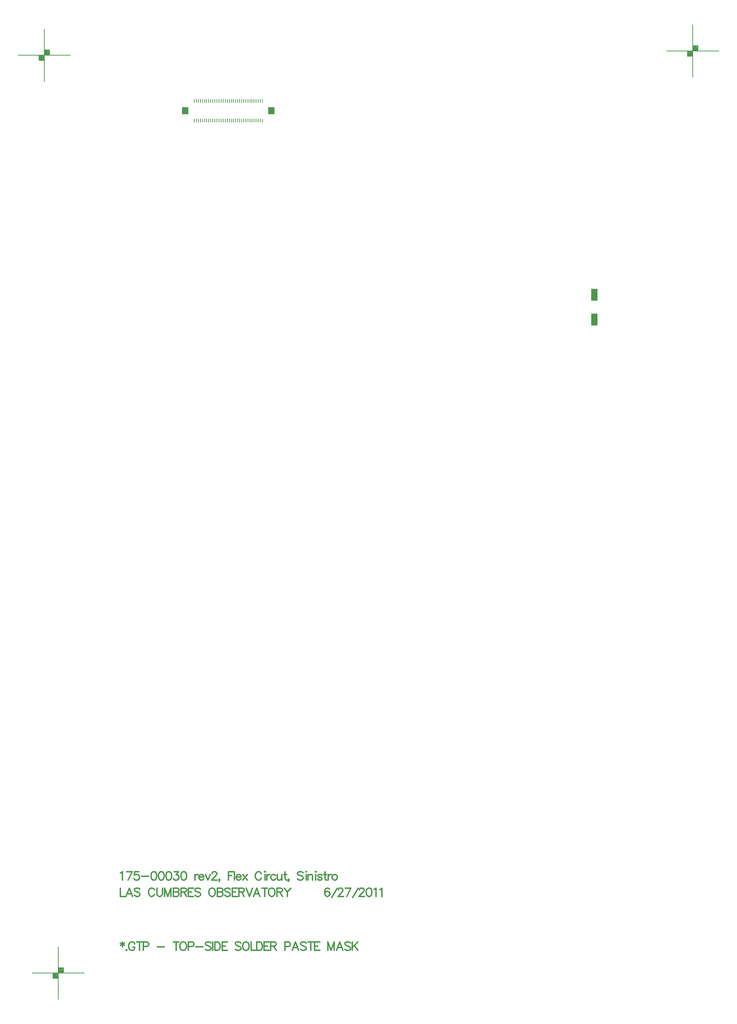
<source format=gtp>
%FSLAX23Y23*%
%MOIN*%
G70*
G01*
G75*
G04 Layer_Color=8421504*
%ADD10C,0.030*%
%ADD11C,0.010*%
%ADD12R,0.059X0.118*%
%ADD13R,0.010X0.035*%
%ADD14R,0.063X0.071*%
%ADD15C,0.007*%
%ADD16C,0.008*%
%ADD17C,0.005*%
%ADD18C,0.012*%
%ADD19C,0.012*%
%ADD20C,0.012*%
%ADD21C,0.070*%
%ADD22C,0.065*%
%ADD23C,0.035*%
%ADD24C,0.039*%
%ADD25C,0.055*%
%ADD26C,0.071*%
%ADD27C,0.020*%
%ADD28C,0.030*%
%ADD29C,0.024*%
%ADD30C,0.008*%
D12*
X30404Y20543D02*
D03*
Y20307D02*
D03*
D13*
X27171Y22204D02*
D03*
X27191D02*
D03*
X27210D02*
D03*
X27230D02*
D03*
X26580Y22391D02*
D03*
X26600D02*
D03*
X26620D02*
D03*
X26639D02*
D03*
X26659D02*
D03*
X26679D02*
D03*
X26698D02*
D03*
X26718D02*
D03*
X26738D02*
D03*
X26757D02*
D03*
X26777D02*
D03*
X26797D02*
D03*
X26817D02*
D03*
X26836D02*
D03*
X26856D02*
D03*
X26876D02*
D03*
X26895D02*
D03*
X26915D02*
D03*
X26935D02*
D03*
X26954D02*
D03*
X26974D02*
D03*
X26994D02*
D03*
X27013D02*
D03*
X27033D02*
D03*
X27053D02*
D03*
X27072D02*
D03*
X27092D02*
D03*
X27112D02*
D03*
X27131D02*
D03*
X27151D02*
D03*
X27171D02*
D03*
X27191D02*
D03*
X27210D02*
D03*
X27230D02*
D03*
X26580Y22204D02*
D03*
X26600D02*
D03*
X26620D02*
D03*
X26639D02*
D03*
X26659D02*
D03*
X26679D02*
D03*
X26698D02*
D03*
X26718D02*
D03*
X26738D02*
D03*
X26757D02*
D03*
X26777D02*
D03*
X26797D02*
D03*
X26817D02*
D03*
X26836D02*
D03*
X26856D02*
D03*
X26876D02*
D03*
X26895D02*
D03*
X26915D02*
D03*
X26935D02*
D03*
X26954D02*
D03*
X26974D02*
D03*
X26994D02*
D03*
X27013D02*
D03*
X27033D02*
D03*
X27053D02*
D03*
X27072D02*
D03*
X27092D02*
D03*
X27112D02*
D03*
X27131D02*
D03*
X27151D02*
D03*
D14*
X27318Y22298D02*
D03*
X26492D02*
D03*
D16*
X31094Y22868D02*
X31594D01*
X31344Y22618D02*
Y23118D01*
X31394Y22868D02*
Y22918D01*
X31344D02*
X31394D01*
X31294Y22818D02*
Y22868D01*
Y22818D02*
X31344D01*
X31299Y22863D02*
X31339D01*
X31299Y22823D02*
Y22863D01*
Y22823D02*
X31339D01*
Y22863D01*
X31304Y22858D02*
X31334D01*
X31304Y22828D02*
Y22858D01*
Y22828D02*
X31334D01*
Y22853D01*
X31309D02*
X31329D01*
X31309Y22833D02*
Y22853D01*
Y22833D02*
X31329D01*
Y22848D01*
X31314D02*
X31324D01*
X31314Y22838D02*
Y22848D01*
Y22838D02*
X31324D01*
Y22848D01*
X31314Y22843D02*
X31324D01*
X31349Y22913D02*
X31389D01*
X31349Y22873D02*
Y22913D01*
Y22873D02*
X31389D01*
Y22913D01*
X31354Y22908D02*
X31384D01*
X31354Y22878D02*
Y22908D01*
Y22878D02*
X31384D01*
Y22903D01*
X31359D02*
X31379D01*
X31359Y22883D02*
Y22903D01*
Y22883D02*
X31379D01*
Y22898D01*
X31364D02*
X31374D01*
X31364Y22888D02*
Y22898D01*
Y22888D02*
X31374D01*
Y22898D01*
X31364Y22893D02*
X31374D01*
X24895Y22828D02*
X25395D01*
X25145Y22578D02*
Y23078D01*
X25195Y22828D02*
Y22878D01*
X25145D02*
X25195D01*
X25095Y22778D02*
Y22828D01*
Y22778D02*
X25145D01*
X25100Y22823D02*
X25140D01*
X25100Y22783D02*
Y22823D01*
Y22783D02*
X25140D01*
Y22823D01*
X25105Y22818D02*
X25135D01*
X25105Y22788D02*
Y22818D01*
Y22788D02*
X25135D01*
Y22813D01*
X25110D02*
X25130D01*
X25110Y22793D02*
Y22813D01*
Y22793D02*
X25130D01*
Y22808D01*
X25115D02*
X25125D01*
X25115Y22798D02*
Y22808D01*
Y22798D02*
X25125D01*
Y22808D01*
X25115Y22803D02*
X25125D01*
X25150Y22873D02*
X25190D01*
X25150Y22833D02*
Y22873D01*
Y22833D02*
X25190D01*
Y22873D01*
X25155Y22868D02*
X25185D01*
X25155Y22838D02*
Y22868D01*
Y22838D02*
X25185D01*
Y22863D01*
X25160D02*
X25180D01*
X25160Y22843D02*
Y22863D01*
Y22843D02*
X25180D01*
Y22858D01*
X25165D02*
X25175D01*
X25165Y22848D02*
Y22858D01*
Y22848D02*
X25175D01*
Y22858D01*
X25165Y22853D02*
X25175D01*
X25030Y14069D02*
X25530D01*
X25280Y13819D02*
Y14319D01*
X25330Y14069D02*
Y14119D01*
X25280D02*
X25330D01*
X25230Y14019D02*
Y14069D01*
Y14019D02*
X25280D01*
X25235Y14064D02*
X25275D01*
X25235Y14024D02*
Y14064D01*
Y14024D02*
X25275D01*
Y14064D01*
X25240Y14059D02*
X25270D01*
X25240Y14029D02*
Y14059D01*
Y14029D02*
X25270D01*
Y14054D01*
X25245D02*
X25265D01*
X25245Y14034D02*
Y14054D01*
Y14034D02*
X25265D01*
Y14049D01*
X25250D02*
X25260D01*
X25250Y14039D02*
Y14049D01*
Y14039D02*
X25260D01*
Y14049D01*
X25250Y14044D02*
X25260D01*
X25285Y14114D02*
X25325D01*
X25285Y14074D02*
Y14114D01*
Y14074D02*
X25325D01*
Y14114D01*
X25290Y14109D02*
X25320D01*
X25290Y14079D02*
Y14109D01*
Y14079D02*
X25320D01*
Y14104D01*
X25295D02*
X25315D01*
X25295Y14084D02*
Y14104D01*
Y14084D02*
X25315D01*
Y14099D01*
X25300D02*
X25310D01*
X25300Y14089D02*
Y14099D01*
Y14089D02*
X25310D01*
Y14099D01*
X25300Y14094D02*
X25310D01*
D19*
X25874Y14880D02*
Y14800D01*
X25920D01*
X25989D02*
X25959Y14880D01*
X25928Y14800D01*
X25940Y14827D02*
X25978D01*
X26061Y14868D02*
X26054Y14876D01*
X26042Y14880D01*
X26027D01*
X26016Y14876D01*
X26008Y14868D01*
Y14861D01*
X26012Y14853D01*
X26016Y14849D01*
X26023Y14846D01*
X26046Y14838D01*
X26054Y14834D01*
X26057Y14830D01*
X26061Y14823D01*
Y14811D01*
X26054Y14804D01*
X26042Y14800D01*
X26027D01*
X26016Y14804D01*
X26008Y14811D01*
X26199Y14861D02*
X26195Y14868D01*
X26188Y14876D01*
X26180Y14880D01*
X26165D01*
X26157Y14876D01*
X26150Y14868D01*
X26146Y14861D01*
X26142Y14849D01*
Y14830D01*
X26146Y14819D01*
X26150Y14811D01*
X26157Y14804D01*
X26165Y14800D01*
X26180D01*
X26188Y14804D01*
X26195Y14811D01*
X26199Y14819D01*
X26222Y14880D02*
Y14823D01*
X26225Y14811D01*
X26233Y14804D01*
X26244Y14800D01*
X26252D01*
X26264Y14804D01*
X26271Y14811D01*
X26275Y14823D01*
Y14880D01*
X26297D02*
Y14800D01*
Y14880D02*
X26327Y14800D01*
X26358Y14880D02*
X26327Y14800D01*
X26358Y14880D02*
Y14800D01*
X26381Y14880D02*
Y14800D01*
Y14880D02*
X26415D01*
X26427Y14876D01*
X26430Y14872D01*
X26434Y14865D01*
Y14857D01*
X26430Y14849D01*
X26427Y14846D01*
X26415Y14842D01*
X26381D02*
X26415D01*
X26427Y14838D01*
X26430Y14834D01*
X26434Y14827D01*
Y14815D01*
X26430Y14808D01*
X26427Y14804D01*
X26415Y14800D01*
X26381D01*
X26452Y14880D02*
Y14800D01*
Y14880D02*
X26486D01*
X26498Y14876D01*
X26502Y14872D01*
X26505Y14865D01*
Y14857D01*
X26502Y14849D01*
X26498Y14846D01*
X26486Y14842D01*
X26452D01*
X26479D02*
X26505Y14800D01*
X26573Y14880D02*
X26523D01*
Y14800D01*
X26573D01*
X26523Y14842D02*
X26554D01*
X26639Y14868D02*
X26632Y14876D01*
X26620Y14880D01*
X26605D01*
X26594Y14876D01*
X26586Y14868D01*
Y14861D01*
X26590Y14853D01*
X26594Y14849D01*
X26601Y14846D01*
X26624Y14838D01*
X26632Y14834D01*
X26636Y14830D01*
X26639Y14823D01*
Y14811D01*
X26632Y14804D01*
X26620Y14800D01*
X26605D01*
X26594Y14804D01*
X26586Y14811D01*
X26743Y14880D02*
X26735Y14876D01*
X26728Y14868D01*
X26724Y14861D01*
X26720Y14849D01*
Y14830D01*
X26724Y14819D01*
X26728Y14811D01*
X26735Y14804D01*
X26743Y14800D01*
X26758D01*
X26766Y14804D01*
X26773Y14811D01*
X26777Y14819D01*
X26781Y14830D01*
Y14849D01*
X26777Y14861D01*
X26773Y14868D01*
X26766Y14876D01*
X26758Y14880D01*
X26743D01*
X26800D02*
Y14800D01*
Y14880D02*
X26834D01*
X26845Y14876D01*
X26849Y14872D01*
X26853Y14865D01*
Y14857D01*
X26849Y14849D01*
X26845Y14846D01*
X26834Y14842D01*
X26800D02*
X26834D01*
X26845Y14838D01*
X26849Y14834D01*
X26853Y14827D01*
Y14815D01*
X26849Y14808D01*
X26845Y14804D01*
X26834Y14800D01*
X26800D01*
X26924Y14868D02*
X26917Y14876D01*
X26905Y14880D01*
X26890D01*
X26879Y14876D01*
X26871Y14868D01*
Y14861D01*
X26875Y14853D01*
X26879Y14849D01*
X26886Y14846D01*
X26909Y14838D01*
X26917Y14834D01*
X26921Y14830D01*
X26924Y14823D01*
Y14811D01*
X26917Y14804D01*
X26905Y14800D01*
X26890D01*
X26879Y14804D01*
X26871Y14811D01*
X26992Y14880D02*
X26942D01*
Y14800D01*
X26992D01*
X26942Y14842D02*
X26973D01*
X27005Y14880D02*
Y14800D01*
Y14880D02*
X27039D01*
X27051Y14876D01*
X27055Y14872D01*
X27058Y14865D01*
Y14857D01*
X27055Y14849D01*
X27051Y14846D01*
X27039Y14842D01*
X27005D01*
X27032D02*
X27058Y14800D01*
X27076Y14880D02*
X27107Y14800D01*
X27137Y14880D02*
X27107Y14800D01*
X27208D02*
X27178Y14880D01*
X27148Y14800D01*
X27159Y14827D02*
X27197D01*
X27254Y14880D02*
Y14800D01*
X27227Y14880D02*
X27280D01*
X27313D02*
X27305Y14876D01*
X27298Y14868D01*
X27294Y14861D01*
X27290Y14849D01*
Y14830D01*
X27294Y14819D01*
X27298Y14811D01*
X27305Y14804D01*
X27313Y14800D01*
X27328D01*
X27336Y14804D01*
X27343Y14811D01*
X27347Y14819D01*
X27351Y14830D01*
Y14849D01*
X27347Y14861D01*
X27343Y14868D01*
X27336Y14876D01*
X27328Y14880D01*
X27313D01*
X27370D02*
Y14800D01*
Y14880D02*
X27404D01*
X27415Y14876D01*
X27419Y14872D01*
X27423Y14865D01*
Y14857D01*
X27419Y14849D01*
X27415Y14846D01*
X27404Y14842D01*
X27370D01*
X27396D02*
X27423Y14800D01*
X27441Y14880D02*
X27471Y14842D01*
Y14800D01*
X27502Y14880D02*
X27471Y14842D01*
X27872Y14868D02*
X27868Y14876D01*
X27857Y14880D01*
X27849D01*
X27838Y14876D01*
X27830Y14865D01*
X27826Y14846D01*
Y14827D01*
X27830Y14811D01*
X27838Y14804D01*
X27849Y14800D01*
X27853D01*
X27864Y14804D01*
X27872Y14811D01*
X27876Y14823D01*
Y14827D01*
X27872Y14838D01*
X27864Y14846D01*
X27853Y14849D01*
X27849D01*
X27838Y14846D01*
X27830Y14838D01*
X27826Y14827D01*
X27893Y14788D02*
X27947Y14880D01*
X27956Y14861D02*
Y14865D01*
X27960Y14872D01*
X27963Y14876D01*
X27971Y14880D01*
X27986D01*
X27994Y14876D01*
X27998Y14872D01*
X28001Y14865D01*
Y14857D01*
X27998Y14849D01*
X27990Y14838D01*
X27952Y14800D01*
X28005D01*
X28076Y14880D02*
X28038Y14800D01*
X28023Y14880D02*
X28076D01*
X28094Y14788D02*
X28148Y14880D01*
X28157Y14861D02*
Y14865D01*
X28161Y14872D01*
X28164Y14876D01*
X28172Y14880D01*
X28187D01*
X28195Y14876D01*
X28199Y14872D01*
X28203Y14865D01*
Y14857D01*
X28199Y14849D01*
X28191Y14838D01*
X28153Y14800D01*
X28206D01*
X28247Y14880D02*
X28236Y14876D01*
X28228Y14865D01*
X28224Y14846D01*
Y14834D01*
X28228Y14815D01*
X28236Y14804D01*
X28247Y14800D01*
X28255D01*
X28266Y14804D01*
X28274Y14815D01*
X28278Y14834D01*
Y14846D01*
X28274Y14865D01*
X28266Y14876D01*
X28255Y14880D01*
X28247D01*
X28295Y14865D02*
X28303Y14868D01*
X28315Y14880D01*
Y14800D01*
X28354Y14865D02*
X28362Y14868D01*
X28373Y14880D01*
Y14800D01*
D20*
X25893Y14365D02*
Y14319D01*
X25874Y14354D02*
X25912Y14331D01*
Y14354D02*
X25874Y14331D01*
X25932Y14293D02*
X25928Y14289D01*
X25932Y14285D01*
X25936Y14289D01*
X25932Y14293D01*
X26011Y14346D02*
X26007Y14354D01*
X25999Y14361D01*
X25992Y14365D01*
X25976D01*
X25969Y14361D01*
X25961Y14354D01*
X25957Y14346D01*
X25953Y14335D01*
Y14316D01*
X25957Y14304D01*
X25961Y14297D01*
X25969Y14289D01*
X25976Y14285D01*
X25992D01*
X25999Y14289D01*
X26007Y14297D01*
X26011Y14304D01*
Y14316D01*
X25992D02*
X26011D01*
X26056Y14365D02*
Y14285D01*
X26029Y14365D02*
X26082D01*
X26092Y14323D02*
X26126D01*
X26137Y14327D01*
X26141Y14331D01*
X26145Y14338D01*
Y14350D01*
X26141Y14357D01*
X26137Y14361D01*
X26126Y14365D01*
X26092D01*
Y14285D01*
X26226Y14319D02*
X26294D01*
X26407Y14365D02*
Y14285D01*
X26381Y14365D02*
X26434D01*
X26467D02*
X26459Y14361D01*
X26451Y14354D01*
X26447Y14346D01*
X26444Y14335D01*
Y14316D01*
X26447Y14304D01*
X26451Y14297D01*
X26459Y14289D01*
X26467Y14285D01*
X26482D01*
X26489Y14289D01*
X26497Y14297D01*
X26501Y14304D01*
X26505Y14316D01*
Y14335D01*
X26501Y14346D01*
X26497Y14354D01*
X26489Y14361D01*
X26482Y14365D01*
X26467D01*
X26523Y14323D02*
X26558D01*
X26569Y14327D01*
X26573Y14331D01*
X26577Y14338D01*
Y14350D01*
X26573Y14357D01*
X26569Y14361D01*
X26558Y14365D01*
X26523D01*
Y14285D01*
X26594Y14319D02*
X26663D01*
X26740Y14354D02*
X26732Y14361D01*
X26721Y14365D01*
X26706D01*
X26694Y14361D01*
X26687Y14354D01*
Y14346D01*
X26690Y14338D01*
X26694Y14335D01*
X26702Y14331D01*
X26725Y14323D01*
X26732Y14319D01*
X26736Y14316D01*
X26740Y14308D01*
Y14297D01*
X26732Y14289D01*
X26721Y14285D01*
X26706D01*
X26694Y14289D01*
X26687Y14297D01*
X26758Y14365D02*
Y14285D01*
X26775Y14365D02*
Y14285D01*
Y14365D02*
X26801D01*
X26813Y14361D01*
X26820Y14354D01*
X26824Y14346D01*
X26828Y14335D01*
Y14316D01*
X26824Y14304D01*
X26820Y14297D01*
X26813Y14289D01*
X26801Y14285D01*
X26775D01*
X26895Y14365D02*
X26846D01*
Y14285D01*
X26895D01*
X26846Y14327D02*
X26876D01*
X27025Y14354D02*
X27017Y14361D01*
X27006Y14365D01*
X26991D01*
X26979Y14361D01*
X26972Y14354D01*
Y14346D01*
X26975Y14338D01*
X26979Y14335D01*
X26987Y14331D01*
X27010Y14323D01*
X27017Y14319D01*
X27021Y14316D01*
X27025Y14308D01*
Y14297D01*
X27017Y14289D01*
X27006Y14285D01*
X26991D01*
X26979Y14289D01*
X26972Y14297D01*
X27066Y14365D02*
X27058Y14361D01*
X27050Y14354D01*
X27047Y14346D01*
X27043Y14335D01*
Y14316D01*
X27047Y14304D01*
X27050Y14297D01*
X27058Y14289D01*
X27066Y14285D01*
X27081D01*
X27088Y14289D01*
X27096Y14297D01*
X27100Y14304D01*
X27104Y14316D01*
Y14335D01*
X27100Y14346D01*
X27096Y14354D01*
X27088Y14361D01*
X27081Y14365D01*
X27066D01*
X27122D02*
Y14285D01*
X27168D01*
X27177Y14365D02*
Y14285D01*
Y14365D02*
X27203D01*
X27215Y14361D01*
X27223Y14354D01*
X27226Y14346D01*
X27230Y14335D01*
Y14316D01*
X27226Y14304D01*
X27223Y14297D01*
X27215Y14289D01*
X27203Y14285D01*
X27177D01*
X27298Y14365D02*
X27248D01*
Y14285D01*
X27298D01*
X27248Y14327D02*
X27279D01*
X27311Y14365D02*
Y14285D01*
Y14365D02*
X27345D01*
X27357Y14361D01*
X27360Y14357D01*
X27364Y14350D01*
Y14342D01*
X27360Y14335D01*
X27357Y14331D01*
X27345Y14327D01*
X27311D01*
X27338D02*
X27364Y14285D01*
X27445Y14323D02*
X27479D01*
X27491Y14327D01*
X27494Y14331D01*
X27498Y14338D01*
Y14350D01*
X27494Y14357D01*
X27491Y14361D01*
X27479Y14365D01*
X27445D01*
Y14285D01*
X27577D02*
X27547Y14365D01*
X27516Y14285D01*
X27528Y14312D02*
X27566D01*
X27649Y14354D02*
X27641Y14361D01*
X27630Y14365D01*
X27615D01*
X27603Y14361D01*
X27596Y14354D01*
Y14346D01*
X27600Y14338D01*
X27603Y14335D01*
X27611Y14331D01*
X27634Y14323D01*
X27641Y14319D01*
X27645Y14316D01*
X27649Y14308D01*
Y14297D01*
X27641Y14289D01*
X27630Y14285D01*
X27615D01*
X27603Y14289D01*
X27596Y14297D01*
X27694Y14365D02*
Y14285D01*
X27667Y14365D02*
X27720D01*
X27779D02*
X27730D01*
Y14285D01*
X27779D01*
X27730Y14327D02*
X27760D01*
X27856Y14365D02*
Y14285D01*
Y14365D02*
X27886Y14285D01*
X27916Y14365D02*
X27886Y14285D01*
X27916Y14365D02*
Y14285D01*
X28000D02*
X27970Y14365D01*
X27939Y14285D01*
X27951Y14312D02*
X27989D01*
X28072Y14354D02*
X28065Y14361D01*
X28053Y14365D01*
X28038D01*
X28027Y14361D01*
X28019Y14354D01*
Y14346D01*
X28023Y14338D01*
X28027Y14335D01*
X28034Y14331D01*
X28057Y14323D01*
X28065Y14319D01*
X28068Y14316D01*
X28072Y14308D01*
Y14297D01*
X28065Y14289D01*
X28053Y14285D01*
X28038D01*
X28027Y14289D01*
X28019Y14297D01*
X28090Y14365D02*
Y14285D01*
X28143Y14365D02*
X28090Y14312D01*
X28109Y14331D02*
X28143Y14285D01*
X25874Y15021D02*
X25881Y15025D01*
X25893Y15036D01*
Y14956D01*
X25986Y15036D02*
X25948Y14956D01*
X25933Y15036D02*
X25986D01*
X26049D02*
X26011D01*
X26008Y15002D01*
X26011Y15006D01*
X26023Y15010D01*
X26034D01*
X26046Y15006D01*
X26053Y14998D01*
X26057Y14987D01*
Y14979D01*
X26053Y14968D01*
X26046Y14960D01*
X26034Y14956D01*
X26023D01*
X26011Y14960D01*
X26008Y14964D01*
X26004Y14971D01*
X26075Y14991D02*
X26144D01*
X26190Y15036D02*
X26179Y15032D01*
X26171Y15021D01*
X26167Y15002D01*
Y14991D01*
X26171Y14971D01*
X26179Y14960D01*
X26190Y14956D01*
X26198D01*
X26209Y14960D01*
X26217Y14971D01*
X26220Y14991D01*
Y15002D01*
X26217Y15021D01*
X26209Y15032D01*
X26198Y15036D01*
X26190D01*
X26261D02*
X26250Y15032D01*
X26242Y15021D01*
X26238Y15002D01*
Y14991D01*
X26242Y14971D01*
X26250Y14960D01*
X26261Y14956D01*
X26269D01*
X26280Y14960D01*
X26288Y14971D01*
X26292Y14991D01*
Y15002D01*
X26288Y15021D01*
X26280Y15032D01*
X26269Y15036D01*
X26261D01*
X26332D02*
X26321Y15032D01*
X26313Y15021D01*
X26310Y15002D01*
Y14991D01*
X26313Y14971D01*
X26321Y14960D01*
X26332Y14956D01*
X26340D01*
X26351Y14960D01*
X26359Y14971D01*
X26363Y14991D01*
Y15002D01*
X26359Y15021D01*
X26351Y15032D01*
X26340Y15036D01*
X26332D01*
X26388D02*
X26430D01*
X26407Y15006D01*
X26419D01*
X26427Y15002D01*
X26430Y14998D01*
X26434Y14987D01*
Y14979D01*
X26430Y14968D01*
X26423Y14960D01*
X26411Y14956D01*
X26400D01*
X26388Y14960D01*
X26385Y14964D01*
X26381Y14971D01*
X26475Y15036D02*
X26463Y15032D01*
X26456Y15021D01*
X26452Y15002D01*
Y14991D01*
X26456Y14971D01*
X26463Y14960D01*
X26475Y14956D01*
X26483D01*
X26494Y14960D01*
X26502Y14971D01*
X26505Y14991D01*
Y15002D01*
X26502Y15021D01*
X26494Y15032D01*
X26483Y15036D01*
X26475D01*
X26586Y15010D02*
Y14956D01*
Y14987D02*
X26590Y14998D01*
X26598Y15006D01*
X26605Y15010D01*
X26617D01*
X26624Y14987D02*
X26670D01*
Y14994D01*
X26666Y15002D01*
X26662Y15006D01*
X26654Y15010D01*
X26643D01*
X26635Y15006D01*
X26628Y14998D01*
X26624Y14987D01*
Y14979D01*
X26628Y14968D01*
X26635Y14960D01*
X26643Y14956D01*
X26654D01*
X26662Y14960D01*
X26670Y14968D01*
X26687Y15010D02*
X26710Y14956D01*
X26732Y15010D02*
X26710Y14956D01*
X26749Y15017D02*
Y15021D01*
X26753Y15029D01*
X26757Y15032D01*
X26764Y15036D01*
X26780D01*
X26787Y15032D01*
X26791Y15029D01*
X26795Y15021D01*
Y15013D01*
X26791Y15006D01*
X26783Y14994D01*
X26745Y14956D01*
X26799D01*
X26824Y14960D02*
X26820Y14956D01*
X26817Y14960D01*
X26820Y14964D01*
X26824Y14960D01*
Y14952D01*
X26820Y14945D01*
X26817Y14941D01*
X26905Y15036D02*
Y14956D01*
Y15036D02*
X26954D01*
X26905Y14998D02*
X26935D01*
X26963Y15036D02*
Y14956D01*
X26980Y14987D02*
X27026D01*
Y14994D01*
X27022Y15002D01*
X27018Y15006D01*
X27010Y15010D01*
X26999D01*
X26991Y15006D01*
X26984Y14998D01*
X26980Y14987D01*
Y14979D01*
X26984Y14968D01*
X26991Y14960D01*
X26999Y14956D01*
X27010D01*
X27018Y14960D01*
X27026Y14968D01*
X27043Y15010D02*
X27085Y14956D01*
Y15010D02*
X27043Y14956D01*
X27221Y15017D02*
X27218Y15025D01*
X27210Y15032D01*
X27202Y15036D01*
X27187D01*
X27179Y15032D01*
X27172Y15025D01*
X27168Y15017D01*
X27164Y15006D01*
Y14987D01*
X27168Y14975D01*
X27172Y14968D01*
X27179Y14960D01*
X27187Y14956D01*
X27202D01*
X27210Y14960D01*
X27218Y14968D01*
X27221Y14975D01*
X27251Y15036D02*
X27255Y15032D01*
X27259Y15036D01*
X27255Y15040D01*
X27251Y15036D01*
X27255Y15010D02*
Y14956D01*
X27273Y15010D02*
Y14956D01*
Y14987D02*
X27277Y14998D01*
X27285Y15006D01*
X27292Y15010D01*
X27304D01*
X27357Y14998D02*
X27349Y15006D01*
X27341Y15010D01*
X27330D01*
X27322Y15006D01*
X27315Y14998D01*
X27311Y14987D01*
Y14979D01*
X27315Y14968D01*
X27322Y14960D01*
X27330Y14956D01*
X27341D01*
X27349Y14960D01*
X27357Y14968D01*
X27374Y15010D02*
Y14971D01*
X27378Y14960D01*
X27385Y14956D01*
X27397D01*
X27404Y14960D01*
X27416Y14971D01*
Y15010D02*
Y14956D01*
X27448Y15036D02*
Y14971D01*
X27452Y14960D01*
X27459Y14956D01*
X27467D01*
X27437Y15010D02*
X27463D01*
X27486Y14960D02*
X27482Y14956D01*
X27478Y14960D01*
X27482Y14964D01*
X27486Y14960D01*
Y14952D01*
X27482Y14945D01*
X27478Y14941D01*
X27620Y15025D02*
X27612Y15032D01*
X27601Y15036D01*
X27586D01*
X27574Y15032D01*
X27566Y15025D01*
Y15017D01*
X27570Y15010D01*
X27574Y15006D01*
X27582Y15002D01*
X27605Y14994D01*
X27612Y14991D01*
X27616Y14987D01*
X27620Y14979D01*
Y14968D01*
X27612Y14960D01*
X27601Y14956D01*
X27586D01*
X27574Y14960D01*
X27566Y14968D01*
X27645Y15036D02*
X27649Y15032D01*
X27653Y15036D01*
X27649Y15040D01*
X27645Y15036D01*
X27649Y15010D02*
Y14956D01*
X27667Y15010D02*
Y14956D01*
Y14994D02*
X27678Y15006D01*
X27686Y15010D01*
X27697D01*
X27705Y15006D01*
X27709Y14994D01*
Y14956D01*
X27737Y15036D02*
X27741Y15032D01*
X27745Y15036D01*
X27741Y15040D01*
X27737Y15036D01*
X27741Y15010D02*
Y14956D01*
X27801Y14998D02*
X27797Y15006D01*
X27786Y15010D01*
X27774D01*
X27763Y15006D01*
X27759Y14998D01*
X27763Y14991D01*
X27771Y14987D01*
X27790Y14983D01*
X27797Y14979D01*
X27801Y14971D01*
Y14968D01*
X27797Y14960D01*
X27786Y14956D01*
X27774D01*
X27763Y14960D01*
X27759Y14968D01*
X27829Y15036D02*
Y14971D01*
X27833Y14960D01*
X27841Y14956D01*
X27848D01*
X27818Y15010D02*
X27844D01*
X27860D02*
Y14956D01*
Y14987D02*
X27864Y14998D01*
X27871Y15006D01*
X27879Y15010D01*
X27890D01*
X27916D02*
X27909Y15006D01*
X27901Y14998D01*
X27897Y14987D01*
Y14979D01*
X27901Y14968D01*
X27909Y14960D01*
X27916Y14956D01*
X27928D01*
X27936Y14960D01*
X27943Y14968D01*
X27947Y14979D01*
Y14987D01*
X27943Y14998D01*
X27936Y15006D01*
X27928Y15010D01*
X27916D01*
M02*

</source>
